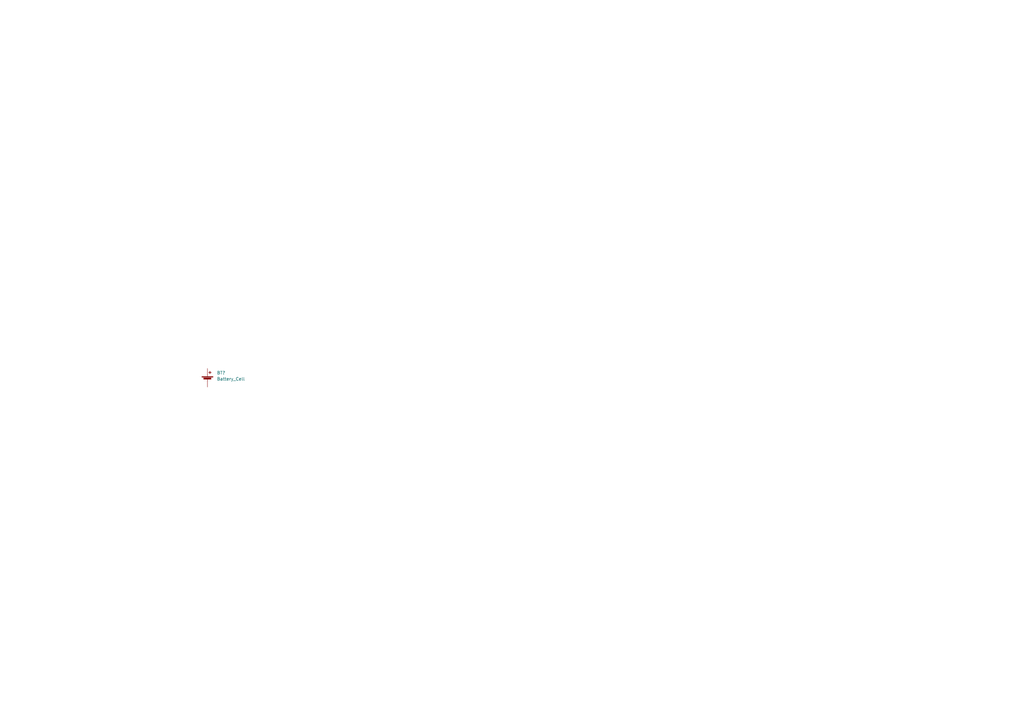
<source format=kicad_sch>
(kicad_sch (version 20211123) (generator eeschema)
  (paper "A3")
  (lib_symbols
    (symbol "Device:Battery_Cell" (pin_numbers hide) (pin_names (offset 0) hide)
      (property "Reference" "BT" (at 2.54 2.54 0))
      (property "Value" "Battery_Cell" (at 2.54 0 0))
      (symbol "Battery_Cell_0_1"
        (rectangle (start -2.286 1.778) (end 2.286 1.524) (fill (type outline)))
        (rectangle (start -1.5748 1.1938) (end 1.4732 0.6858) (fill (type outline)))
        (polyline (pts (xy 0 0.762) (xy 0 0)))
        (polyline (pts (xy 0 1.778) (xy 0 2.54)))
        (polyline (pts (xy 0.508 3.429) (xy 1.524 3.429)) (stroke (width 0.254)))
        (polyline (pts (xy 1.016 3.937) (xy 1.016 2.921)) (stroke (width 0.254)))
      )
      (symbol "Battery_Cell_1_1"
        (pin passive line (at 0 5.08 270) (length 2.54) (name "+") (number "1"))
        (pin passive line (at 0 -2.54 90) (length 2.54) (name "-") (number "2"))
      )
    )
  )
  (symbol (lib_id "Device:Battery_Cell") (at 85.09 156.21 0) (unit 1)
    (property "Reference" "BT?" (at 88.9 152.9079 0) (effects (justify left)))
    (property "Value" "Battery_Cell" (at 88.9 155.4479 0) (effects (justify left)))
  )
)
</source>
